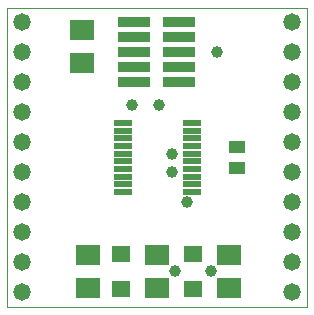
<source format=gts>
G75*
G70*
%OFA0B0*%
%FSLAX24Y24*%
%IPPOS*%
%LPD*%
%AMOC8*
5,1,8,0,0,1.08239X$1,22.5*
%
%ADD10C,0.0000*%
%ADD11R,0.0611X0.0237*%
%ADD12C,0.0580*%
%ADD13R,0.0789X0.0710*%
%ADD14R,0.1064X0.0375*%
%ADD15R,0.0631X0.0552*%
%ADD16R,0.0552X0.0395*%
%ADD17C,0.0390*%
D10*
X000150Y000150D02*
X000150Y010146D01*
X010120Y010146D01*
X010120Y000150D01*
X000150Y000150D01*
D11*
X003998Y003998D03*
X003998Y004254D03*
X003998Y004510D03*
X003998Y004766D03*
X003998Y005022D03*
X003998Y005278D03*
X003998Y005534D03*
X003998Y005790D03*
X003998Y006046D03*
X003998Y006302D03*
X006302Y006302D03*
X006302Y006046D03*
X006302Y005790D03*
X006302Y005534D03*
X006302Y005278D03*
X006302Y005022D03*
X006302Y004766D03*
X006302Y004510D03*
X006302Y004254D03*
X006302Y003998D03*
D12*
X009650Y003650D03*
X009650Y002650D03*
X009650Y001650D03*
X009650Y000650D03*
X009650Y004650D03*
X009650Y005650D03*
X009650Y006650D03*
X009650Y007650D03*
X009650Y008650D03*
X009650Y009650D03*
X000650Y009650D03*
X000650Y008650D03*
X000650Y007650D03*
X000650Y006650D03*
X000650Y005650D03*
X000650Y004650D03*
X000650Y003650D03*
X000650Y002650D03*
X000650Y001650D03*
X000650Y000650D03*
D13*
X002850Y000799D03*
X002850Y001901D03*
X005150Y001901D03*
X005150Y000799D03*
X007550Y000799D03*
X007550Y001901D03*
X002650Y008299D03*
X002650Y009401D03*
D14*
X004363Y009650D03*
X004363Y009150D03*
X004363Y008650D03*
X004363Y008150D03*
X004363Y007650D03*
X005863Y007650D03*
X005863Y008150D03*
X005863Y008650D03*
X005863Y009150D03*
X005863Y009650D03*
D15*
X006350Y001941D03*
X006350Y000759D03*
X003950Y000759D03*
X003950Y001941D03*
D16*
X007800Y004796D03*
X007800Y005504D03*
D17*
X006150Y003650D03*
X005650Y004650D03*
X005650Y005250D03*
X005200Y006900D03*
X004300Y006900D03*
X007150Y008650D03*
X006950Y001350D03*
X005750Y001350D03*
M02*

</source>
